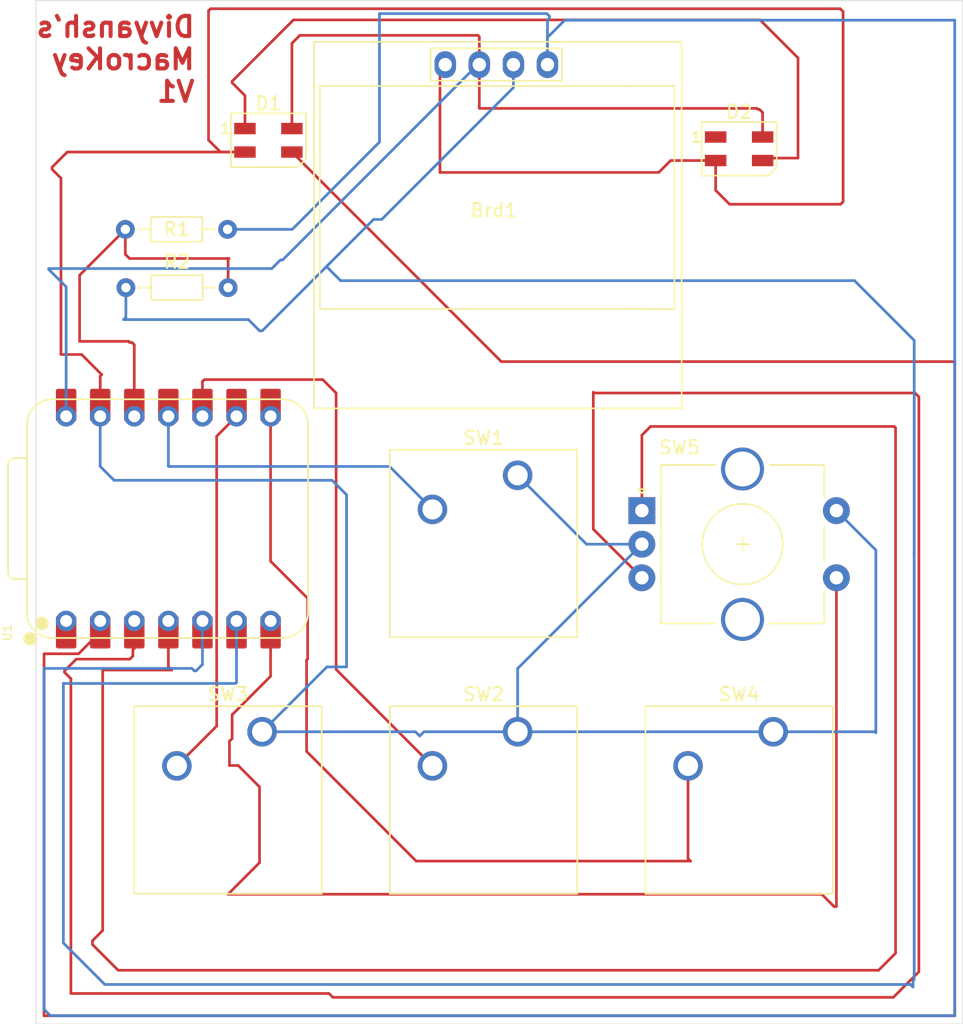
<source format=kicad_pcb>
(kicad_pcb (version 20240108) (generator "pcbnew") (generator_version "8.0")
  (layers (0 "F.Cu" signal) (31 "B.Cu" signal) (34 "B.Paste" user) (35 "F.Paste" user) (36 "B.SilkS" user "B.Silkscreen") (37 "F.SilkS" user "F.Silkscreen") (38 "B.Mask" user) (39 "F.Mask" user) (44 "Edge.Cuts" user))
  (net 0 "")
  (net 1 "Net-(Brd1-SDA)")
  (net 2 "GND")
  (net 3 "Net-(Brd1-SCL)")
  (net 4 "+5V")
  (net 5 "Net-(D1-DOUT)")
  (net 6 "Net-(D1-DIN)")
  (net 8 "+3.3V")
  (net 9 "Net-(U1-GPIO3{slash}MOSI)")
  (net 10 "Net-(U1-GPIO4{slash}MISO)")
  (net 11 "Net-(U1-GPIO2{slash}SCK)")
  (net 12 "Net-(U1-GPIO1{slash}RX)")
  (net 13 "Net-(U1-GPIO0{slash}TX)")
  (net 14 "Net-(U1-GPIO28{slash}ADC2{slash}A2)")
  (net 15 "Net-(U1-GPIO29{slash}ADC3{slash}A3)")
  (footprint "SSD1306:128x64OLED" (layer "F.Cu") (at 136.49375 48.7)
    (property "Reference" "Brd1" (at 0 0.254 0) (layer "F.SilkS"))
    (property "Value" "SSD1306")
    (fp_line (start -13.4 -12.3) (end 14 -12.3) (stroke (width 0.12)) (layer "F.SilkS"))
    (fp_line (start -13.4 15) (end -13.4 -12.3) (stroke (width 0.12)) (layer "F.SilkS"))
    (fp_line (start -12.978 -9.005) (end 10.122 -9.005) (stroke (width 0.12)) (layer "F.SilkS"))
    (fp_line (start -12.978 7.595) (end -12.978 -9.005) (stroke (width 0.12)) (layer "F.SilkS"))
    (fp_line (start -4.699 -11.811) (end -4.699 -9.398) (stroke (width 0.12)) (layer "F.SilkS"))
    (fp_line (start -4.699 -11.811) (end 5.08 -11.811) (stroke (width 0.12)) (layer "F.SilkS"))
    (fp_line (start 5.08 -11.811) (end 5.08 -9.398) (stroke (width 0.12)) (layer "F.SilkS"))
    (fp_line (start 5.08 -9.398) (end -4.699 -9.398) (stroke (width 0.12)) (layer "F.SilkS"))
    (fp_line (start 10.122 -9.005) (end 13.208 -9.005) (stroke (width 0.12)) (layer "F.SilkS"))
    (fp_line (start 10.122 7.595) (end -12.978 7.595) (stroke (width 0.12)) (layer "F.SilkS"))
    (fp_line (start 10.122 7.595) (end 13.462 7.62) (stroke (width 0.12)) (layer "F.SilkS"))
    (fp_line (start 13.462 -9.017) (end 13.208 -9.005) (stroke (width 0.12)) (layer "F.SilkS"))
    (fp_line (start 13.462 7.62) (end 13.462 -9.017) (stroke (width 0.12)) (layer "F.SilkS"))
    (fp_line (start 14 -12.3) (end 14 15) (stroke (width 0.12)) (layer "F.SilkS"))
    (fp_line (start 14 15) (end -13.4 15) (stroke (width 0.12)) (layer "F.SilkS"))
    (pad "1" thru_hole oval (at -3.62 -10.6 90) (size 2 1.6) (drill 1) (layers "*.Cu" "*.Mask") (net 2 "GND"))
    (pad "2" thru_hole oval (at -1.08 -10.6 90) (size 2 1.6) (drill 1) (layers "*.Cu" "*.Mask") (net 4 "+5V"))
    (pad "3" thru_hole oval (at 1.46 -10.6 90) (size 2 1.6) (drill 1) (layers "*.Cu" "*.Mask") (net 3 "Net-(Brd1-SCL)"))
    (pad "4" thru_hole oval (at 4 -10.6 90) (size 2 1.6) (drill 1) (layers "*.Cu" "*.Mask") (net 1 "Net-(Brd1-SDA)"))
  )
  (footprint "LED_SMD:LED_SK6812MINI_PLCC4_3.5x3.5mm_P1.75mm" (layer "F.Cu") (at 154.78125 44.36875)
    (property "Reference" "D2" (at 0 -2.75 0) (layer "F.SilkS"))
    (property "Value" "SK6812MINI")
    (fp_line (start -2.8 -2) (end -2.8 2) (stroke (width 0.12)) (layer "F.SilkS"))
    (fp_line (start -2.8 -2) (end 2.8 -2) (stroke (width 0.12)) (layer "F.SilkS"))
    (fp_line (start -2.8 2) (end 2.2 2) (stroke (width 0.12)) (layer "F.SilkS"))
    (fp_line (start 2.8 1.4) (end 2.2 2) (stroke (width 0.12)) (layer "F.SilkS"))
    (fp_line (start 2.8 1.4) (end 2.8 -2) (stroke (width 0.12)) (layer "F.SilkS"))
    (fp_text user "1" (at -3.2 -0.875 0) (layer "F.SilkS") (effects (font (size 0.8 0.8))))
    (pad "1" smd rect (at -1.75 -0.875) (size 1.6 0.85) (layers "F.Cu" "F.Paste" "F.Mask"))
    (pad "2" smd rect (at -1.75 0.875) (size 1.6 0.85) (layers "F.Cu" "F.Paste" "F.Mask") (net 2 "GND"))
    (pad "3" smd rect (at 1.75 0.875) (size 1.6 0.85) (layers "F.Cu" "F.Paste" "F.Mask") (net 5 "Net-(D1-DOUT)"))
    (pad "4" smd rect (at 1.75 -0.875) (size 1.6 0.85) (layers "F.Cu" "F.Paste" "F.Mask") (net 4 "+5V"))
  )
  (footprint "Resistor_THT:R_Axial_DIN0204_L3.6mm_D1.6mm_P7.62mm_Horizontal" (layer "F.Cu") (at 109.07 54.71)
    (property "Reference" "R2" (at 3.81 -1.92 0) (layer "F.SilkS"))
    (property "Value" "R")
    (fp_line (start 0.94 0) (end 1.89 0) (stroke (width 0.12)) (layer "F.SilkS"))
    (fp_line (start 1.89 -0.92) (end 1.89 0.92) (stroke (width 0.12)) (layer "F.SilkS"))
    (fp_line (start 1.89 0.92) (end 5.73 0.92) (stroke (width 0.12)) (layer "F.SilkS"))
    (fp_line (start 5.73 -0.92) (end 1.89 -0.92) (stroke (width 0.12)) (layer "F.SilkS"))
    (fp_line (start 5.73 0.92) (end 5.73 -0.92) (stroke (width 0.12)) (layer "F.SilkS"))
    (fp_line (start 6.68 0) (end 5.73 0) (stroke (width 0.12)) (layer "F.SilkS"))
    (pad "1" thru_hole circle (at 0 0) (size 1.4 1.4) (drill 0.7) (layers "*.Cu" "*.Mask") (net 3 "Net-(Brd1-SCL)"))
    (pad "2" thru_hole oval (at 7.62 0) (size 1.4 1.4) (drill 0.7) (layers "*.Cu" "*.Mask") (net 8 "+3.3V"))
  )
  (footprint "Button_Switch_Keyboard:SW_Cherry_MX_1.00u_PCB" (layer "F.Cu") (at 138.27125 68.68675)
    (property "Reference" "SW1" (at -2.54 -2.794 0) (layer "F.SilkS"))
    (property "Value" "SW_Push")
    (fp_line (start -9.525 -1.905) (end 4.445 -1.905) (stroke (width 0.12)) (layer "F.SilkS"))
    (fp_line (start -9.525 12.065) (end -9.525 -1.905) (stroke (width 0.12)) (layer "F.SilkS"))
    (fp_line (start 4.445 -1.905) (end 4.445 12.065) (stroke (width 0.12)) (layer "F.SilkS"))
    (fp_line (start 4.445 12.065) (end -9.525 12.065) (stroke (width 0.12)) (layer "F.SilkS"))
    (pad "" np_thru_hole circle (at -7.62 5.08) (size 1.7 1.7) (drill 1.7) (layers "*.Cu" "*.Mask"))
    (pad "" np_thru_hole circle (at -2.54 5.08) (size 4 4) (drill 4) (layers "*.Cu" "*.Mask"))
    (pad "" np_thru_hole circle (at 2.54 5.08) (size 1.7 1.7) (drill 1.7) (layers "*.Cu" "*.Mask"))
    (pad "1" thru_hole circle (at 0 0) (size 2.2 2.2) (drill 1.5) (layers "*.Cu" "*.Mask") (net 2 "GND"))
    (pad "2" thru_hole circle (at -6.35 2.54) (size 2.2 2.2) (drill 1.5) (layers "*.Cu" "*.Mask") (net 9 "Net-(U1-GPIO3{slash}MOSI)"))
  )
  (footprint "Button_Switch_Keyboard:SW_Cherry_MX_1.00u_PCB" (layer "F.Cu") (at 157.32125 87.78875)
    (property "Reference" "SW4" (at -2.54 -2.794 0) (layer "F.SilkS"))
    (property "Value" "SW_Push")
    (fp_line (start -9.525 -1.905) (end 4.445 -1.905) (stroke (width 0.12)) (layer "F.SilkS"))
    (fp_line (start -9.525 12.065) (end -9.525 -1.905) (stroke (width 0.12)) (layer "F.SilkS"))
    (fp_line (start 4.445 -1.905) (end 4.445 12.065) (stroke (width 0.12)) (layer "F.SilkS"))
    (fp_line (start 4.445 12.065) (end -9.525 12.065) (stroke (width 0.12)) (layer "F.SilkS"))
    (pad "" np_thru_hole circle (at -7.62 5.08) (size 1.7 1.7) (drill 1.7) (layers "*.Cu" "*.Mask"))
    (pad "" np_thru_hole circle (at -2.54 5.08) (size 4 4) (drill 4) (layers "*.Cu" "*.Mask"))
    (pad "" np_thru_hole circle (at 2.54 5.08) (size 1.7 1.7) (drill 1.7) (layers "*.Cu" "*.Mask"))
    (pad "1" thru_hole circle (at 0 0) (size 2.2 2.2) (drill 1.5) (layers "*.Cu" "*.Mask") (net 2 "GND"))
    (pad "2" thru_hole circle (at -6.35 2.54) (size 2.2 2.2) (drill 1.5) (layers "*.Cu" "*.Mask") (net 12 "Net-(U1-GPIO1{slash}RX)"))
  )
  (footprint "Resistor_THT:R_Axial_DIN0204_L3.6mm_D1.6mm_P7.62mm_Horizontal" (layer "F.Cu") (at 116.65 50.37 180)
    (property "Reference" "R1" (at 3.81 0 0) (layer "F.SilkS"))
    (property "Value" "R")
    (fp_line (start 6.68 0) (end 5.73 0) (stroke (width 0.12)) (layer "F.SilkS"))
    (fp_line (start 5.73 0.92) (end 5.73 -0.92) (stroke (width 0.12)) (layer "F.SilkS"))
    (fp_line (start 5.73 -0.92) (end 1.89 -0.92) (stroke (width 0.12)) (layer "F.SilkS"))
    (fp_line (start 1.89 0.92) (end 5.73 0.92) (stroke (width 0.12)) (layer "F.SilkS"))
    (fp_line (start 1.89 -0.92) (end 1.89 0.92) (stroke (width 0.12)) (layer "F.SilkS"))
    (fp_line (start 0.94 0) (end 1.89 0) (stroke (width 0.12)) (layer "F.SilkS"))
    (pad "1" thru_hole circle (at 0 0 180) (size 1.4 1.4) (drill 0.7) (layers "*.Cu" "*.Mask") (net 1 "Net-(Brd1-SDA)"))
    (pad "2" thru_hole oval (at 7.62 0 180) (size 1.4 1.4) (drill 0.7) (layers "*.Cu" "*.Mask") (net 8 "+3.3V"))
  )
  (footprint "OPL:XIAO-RP2040-DIP" (layer "F.Cu") (at 112.23625 71.91375 90)
    (property "Reference" "U1" (at -8.5 -12 90) (layer "F.SilkS") (effects (font (size 0.635 0.635) (thickness 0.1016))))
    (property "Value" "XIAO-RP2040-DIP")
    (fp_line (start -3.991272 -11.951) (end 4.004 -11.951) (stroke (width 0.127)) (layer "F.SilkS"))
    (fp_line (start 4.504 -11.451) (end 4.504 -10.541) (stroke (width 0.127)) (layer "F.SilkS"))
    (fp_line (start 6.985 -10.541) (end -6.985 -10.541) (stroke (width 0.1)) (layer "F.SilkS"))
    (fp_line (start 6.985 -10.541) (end -6.985 -10.541) (stroke (width 0.127)) (layer "F.SilkS"))
    (fp_line (start -4.495 -10.541) (end -4.491272 -11.451272) (stroke (width 0.127)) (layer "F.SilkS"))
    (fp_line (start 8.89 8.509) (end 8.89 -8.636) (stroke (width 0.127)) (layer "F.SilkS"))
    (fp_line (start -8.89 8.509) (end -8.89 -8.636) (stroke (width 0.127)) (layer "F.SilkS"))
    (fp_line (start -6.985 10.414) (end 6.985 10.414) (stroke (width 0.127)) (layer "F.SilkS"))
    (fp_arc (start 4.004 -11.951) (mid 4.357553 -11.804553) (end 4.504 -11.451) (stroke (width 0.127)) (layer "F.SilkS"))
    (fp_arc (start -4.491272 -11.451272) (mid -4.344724 -11.804644) (end -3.991272 -11.951) (stroke (width 0.127)) (layer "F.SilkS"))
    (fp_arc (start 6.985 -10.541) (mid 8.332038 -9.983038) (end 8.89 -8.636) (stroke (width 0.127)) (layer "F.SilkS"))
    (fp_arc (start -8.89 -8.636) (mid -8.332038 -9.983038) (end -6.985 -10.541) (stroke (width 0.127)) (layer "F.SilkS"))
    (fp_arc (start 8.89 8.509) (mid 8.332038 9.856038) (end 6.985 10.414) (stroke (width 0.127)) (layer "F.SilkS"))
    (fp_arc (start -6.985 10.414) (mid -8.332038 9.856038) (end -8.89 8.509) (stroke (width 0.127)) (layer "F.SilkS"))
    (fp_circle (center -8.95 -10.3) (end -8.95 -10.554) (stroke (width 0.5)) (fill solid) (layer "F.SilkS"))
    (fp_circle (center -7.807 -9.42) (end -7.807 -9.674) (stroke (width 0.5)) (fill solid) (layer "F.SilkS"))
    (pad "1" smd roundrect (at -8.455 -7.62 270) (size 2.432 1.524) (layers "F.Cu" "F.Mask") (roundrect_rratio 0.1))
    (pad "1" thru_hole circle (at -7.62 -7.62 270) (size 1.524 1.524) (drill 0.889) (layers "*.Cu" "*.Mask"))
    (pad "2" smd roundrect (at -8.455 -5.08 270) (size 2.432 1.524) (layers "F.Cu" "F.Mask") (roundrect_rratio 0.1) (net 6 "Net-(D1-DIN)"))
    (pad "2" thru_hole circle (at -7.62 -5.08 270) (size 1.524 1.524) (drill 0.889) (layers "*.Cu" "*.Mask") (net 6 "Net-(D1-DIN)"))
    (pad "3" smd roundrect (at -8.455 -2.54 270) (size 2.432 1.524) (layers "F.Cu" "F.Mask") (roundrect_rratio 0.1) (net 14 "Net-(U1-GPIO28{slash}ADC2{slash}A2)"))
    (pad "3" thru_hole circle (at -7.62 -2.54 270) (size 1.524 1.524) (drill 0.889) (layers "*.Cu" "*.Mask") (net 14 "Net-(U1-GPIO28{slash}ADC2{slash}A2)"))
    (pad "4" smd roundrect (at -8.455 0 270) (size 2.432 1.524) (layers "F.Cu" "F.Mask") (roundrect_rratio 0.1) (net 15 "Net-(U1-GPIO29{slash}ADC3{slash}A3)"))
    (pad "4" thru_hole circle (at -7.62 0 270) (size 1.524 1.524) (drill 0.889) (layers "*.Cu" "*.Mask") (net 15 "Net-(U1-GPIO29{slash}ADC3{slash}A3)"))
    (pad "5" smd roundrect (at -8.455 2.54 270) (size 2.432 1.524) (layers "F.Cu" "F.Mask") (roundrect_rratio 0.1) (net 1 "Net-(Brd1-SDA)"))
    (pad "5" thru_hole circle (at -7.62 2.54 270) (size 1.524 1.524) (drill 0.889) (layers "*.Cu" "*.Mask") (net 1 "Net-(Brd1-SDA)"))
    (pad "6" smd roundrect (at -8.455 5.08 270) (size 2.432 1.524) (layers "F.Cu" "F.Mask") (roundrect_rratio 0.1) (net 3 "Net-(Brd1-SCL)"))
    (pad "6" thru_hole circle (at -7.62 5.08 270) (size 1.524 1.524) (drill 0.889) (layers "*.Cu" "*.Mask") (net 3 "Net-(Brd1-SCL)"))
    (pad "7" smd roundrect (at -8.455 7.62 270) (size 2.432 1.524) (layers "F.Cu" "F.Mask") (roundrect_rratio 0.1) (net 13 "Net-(U1-GPIO0{slash}TX)"))
    (pad "7" thru_hole circle (at -7.62 7.62 270) (size 1.524 1.524) (drill 0.889) (layers "*.Cu" "*.Mask") (net 13 "Net-(U1-GPIO0{slash}TX)"))
    (pad "8" thru_hole circle (at 7.62 7.62 90) (size 1.524 1.524) (drill 0.889) (layers "*.Cu" "*.Mask") (net 12 "Net-(U1-GPIO1{slash}RX)"))
    (pad "8" smd roundrect (at 8.455 7.62 90) (size 2.432 1.524) (layers "F.Cu" "F.Mask") (roundrect_rratio 0.1) (net 12 "Net-(U1-GPIO1{slash}RX)"))
    (pad "9" thru_hole circle (at 7.62 5.08 90) (size 1.524 1.524) (drill 0.889) (layers "*.Cu" "*.Mask") (net 11 "Net-(U1-GPIO2{slash}SCK)"))
    (pad "9" smd roundrect (at 8.455 5.08 90) (size 2.432 1.524) (layers "F.Cu" "F.Mask") (roundrect_rratio 0.1) (net 11 "Net-(U1-GPIO2{slash}SCK)"))
    (pad "10" thru_hole circle (at 7.62 2.54 90) (size 1.524 1.524) (drill 0.889) (layers "*.Cu" "*.Mask") (net 10 "Net-(U1-GPIO4{slash}MISO)"))
    (pad "10" smd roundrect (at 8.455 2.54 90) (size 2.432 1.524) (layers "F.Cu" "F.Mask") (roundrect_rratio 0.1) (net 10 "Net-(U1-GPIO4{slash}MISO)"))
    (pad "11" thru_hole circle (at 7.62 0 90) (size 1.524 1.524) (drill 0.889) (layers "*.Cu" "*.Mask") (net 9 "Net-(U1-GPIO3{slash}MOSI)"))
    (pad "11" smd roundrect (at 8.455 0 90) (size 2.432 1.524) (layers "F.Cu" "F.Mask") (roundrect_rratio 0.1) (net 9 "Net-(U1-GPIO3{slash}MOSI)"))
    (pad "12" thru_hole circle (at 7.62 -2.54 90) (size 1.524 1.524) (drill 0.889) (layers "*.Cu" "*.Mask") (net 8 "+3.3V"))
    (pad "12" smd roundrect (at 8.455 -2.54 90) (size 2.432 1.524) (layers "F.Cu" "F.Mask") (roundrect_rratio 0.1) (net 8 "+3.3V"))
    (pad "13" thru_hole circle (at 7.62 -5.08 90) (size 1.524 1.524) (drill 0.889) (layers "*.Cu" "*.Mask") (net 2 "GND"))
    (pad "13" smd roundrect (at 8.455 -5.08 90) (size 2.432 1.524) (layers "F.Cu" "F.Mask") (roundrect_rratio 0.1) (net 2 "GND"))
    (pad "14" thru_hole circle (at 7.62 -7.62 90) (size 1.524 1.524) (drill 0.889) (layers "*.Cu" "*.Mask") (net 4 "+5V"))
    (pad "14" smd roundrect (at 8.455 -7.62 90) (size 2.432 1.524) (layers "F.Cu" "F.Mask") (roundrect_rratio 0.1) (net 4 "+5V"))
  )
  (footprint "Button_Switch_Keyboard:SW_Cherry_MX_1.00u_PCB" (layer "F.Cu") (at 119.22125 87.78875)
    (property "Reference" "SW3" (at -2.54 -2.794 0) (layer "F.SilkS"))
    (property "Value" "SW_Push")
    (fp_line (start -9.525 -1.905) (end 4.445 -1.905) (stroke (width 0.12)) (layer "F.SilkS"))
    (fp_line (start -9.525 12.065) (end -9.525 -1.905) (stroke (width 0.12)) (layer "F.SilkS"))
    (fp_line (start 4.445 -1.905) (end 4.445 12.065) (stroke (width 0.12)) (layer "F.SilkS"))
    (fp_line (start 4.445 12.065) (end -9.525 12.065) (stroke (width 0.12)) (layer "F.SilkS"))
    (pad "" np_thru_hole circle (at -7.62 5.08) (size 1.7 1.7) (drill 1.7) (layers "*.Cu" "*.Mask"))
    (pad "" np_thru_hole circle (at -2.54 5.08) (size 4 4) (drill 4) (layers "*.Cu" "*.Mask"))
    (pad "" np_thru_hole circle (at 2.54 5.08) (size 1.7 1.7) (drill 1.7) (layers "*.Cu" "*.Mask"))
    (pad "1" thru_hole circle (at 0 0) (size 2.2 2.2) (drill 1.5) (layers "*.Cu" "*.Mask") (net 2 "GND"))
    (pad "2" thru_hole circle (at -6.35 2.54) (size 2.2 2.2) (drill 1.5) (layers "*.Cu" "*.Mask") (net 11 "Net-(U1-GPIO2{slash}SCK)"))
  )
  (footprint "Button_Switch_Keyboard:SW_Cherry_MX_1.00u_PCB" (layer "F.Cu") (at 138.27125 87.78875)
    (property "Reference" "SW2" (at -2.54 -2.794 0) (layer "F.SilkS"))
    (property "Value" "SW_Push")
    (fp_line (start -9.525 -1.905) (end 4.445 -1.905) (stroke (width 0.12)) (layer "F.SilkS"))
    (fp_line (start -9.525 12.065) (end -9.525 -1.905) (stroke (width 0.12)) (layer "F.SilkS"))
    (fp_line (start 4.445 -1.905) (end 4.445 12.065) (stroke (width 0.12)) (layer "F.SilkS"))
    (fp_line (start 4.445 12.065) (end -9.525 12.065) (stroke (width 0.12)) (layer "F.SilkS"))
    (pad "" np_thru_hole circle (at -7.62 5.08) (size 1.7 1.7) (drill 1.7) (layers "*.Cu" "*.Mask"))
    (pad "" np_thru_hole circle (at -2.54 5.08) (size 4 4) (drill 4) (layers "*.Cu" "*.Mask"))
    (pad "" np_thru_hole circle (at 2.54 5.08) (size 1.7 1.7) (drill 1.7) (layers "*.Cu" "*.Mask"))
    (pad "1" thru_hole circle (at 0 0) (size 2.2 2.2) (drill 1.5) (layers "*.Cu" "*.Mask") (net 2 "GND"))
    (pad "2" thru_hole circle (at -6.35 2.54) (size 2.2 2.2) (drill 1.5) (layers "*.Cu" "*.Mask") (net 10 "Net-(U1-GPIO4{slash}MISO)"))
  )
  (footprint "Rotary_Encoder:RotaryEncoder_Alps_EC11E-Switch_Vertical_H20mm_CircularMountingHoles" (layer "F.Cu") (at 147.53125 71.31875)
    (property "Reference" "SW5" (at 2.8 -4.7 0) (layer "F.SilkS"))
    (property "Value" "RotaryEncoder_Switch")
    (fp_line (start -0.3 -1.6) (end 0.3 -1.6) (stroke (width 0.12)) (layer "F.SilkS"))
    (fp_line (start 0 -1.3) (end -0.3 -1.6) (stroke (width 0.12)) (layer "F.SilkS"))
    (fp_line (start 0.3 -1.6) (end 0 -1.3) (stroke (width 0.12)) (layer "F.SilkS"))
    (fp_line (start 1.4 -3.4) (end 1.4 8.4) (stroke (width 0.12)) (layer "F.SilkS"))
    (fp_line (start 5.5 -3.4) (end 1.4 -3.4) (stroke (width 0.12)) (layer "F.SilkS"))
    (fp_line (start 5.5 8.4) (end 1.4 8.4) (stroke (width 0.12)) (layer "F.SilkS"))
    (fp_line (start 7 2.5) (end 8 2.5) (stroke (width 0.12)) (layer "F.SilkS"))
    (fp_line (start 7.5 2) (end 7.5 3) (stroke (width 0.12)) (layer "F.SilkS"))
    (fp_line (start 9.5 -3.4) (end 13.6 -3.4) (stroke (width 0.12)) (layer "F.SilkS"))
    (fp_line (start 13.6 -3.4) (end 13.6 -1) (stroke (width 0.12)) (layer "F.SilkS"))
    (fp_line (start 13.6 1.2) (end 13.6 3.8) (stroke (width 0.12)) (layer "F.SilkS"))
    (fp_line (start 13.6 6) (end 13.6 8.4) (stroke (width 0.12)) (layer "F.SilkS"))
    (fp_line (start 13.6 8.4) (end 9.5 8.4) (stroke (width 0.12)) (layer "F.SilkS"))
    (fp_circle (center 7.5 2.5) (end 10.5 2.5) (stroke (width 0.12)) (fill none) (layer "F.SilkS"))
    (pad "A" thru_hole rect (at 0 0) (size 2 2) (drill 1) (layers "*.Cu" "*.Mask") (net 15 "Net-(U1-GPIO29{slash}ADC3{slash}A3)"))
    (pad "B" thru_hole circle (at 0 5) (size 2 2) (drill 1) (layers "*.Cu" "*.Mask") (net 14 "Net-(U1-GPIO28{slash}ADC2{slash}A2)"))
    (pad "C" thru_hole circle (at 0 2.5) (size 2 2) (drill 1) (layers "*.Cu" "*.Mask") (net 2 "GND"))
    (pad "MP" thru_hole circle (at 7.5 -3.1) (size 3.2 3.2) (drill 2.6) (layers "*.Cu" "*.Mask"))
    (pad "MP" thru_hole circle (at 7.5 8.1) (size 3.2 3.2) (drill 2.6) (layers "*.Cu" "*.Mask"))
    (pad "S1" thru_hole circle (at 14.5 5) (size 2 2) (drill 1) (layers "*.Cu" "*.Mask") (net 13 "Net-(U1-GPIO0{slash}TX)"))
    (pad "S2" thru_hole circle (at 14.5 0) (size 2 2) (drill 1) (layers "*.Cu" "*.Mask") (net 2 "GND"))
  )
  (footprint "LED_SMD:LED_SK6812MINI_PLCC4_3.5x3.5mm_P1.75mm" (layer "F.Cu") (at 119.69375 43.7375)
    (property "Reference" "D1" (at 0 -2.75 0) (layer "F.SilkS"))
    (property "Value" "SK6812MINI")
    (fp_line (start -2.8 -2) (end -2.8 2) (stroke (width 0.12)) (layer "F.SilkS"))
    (fp_line (start -2.8 -2) (end 2.8 -2) (stroke (width 0.12)) (layer "F.SilkS"))
    (fp_line (start -2.8 2) (end 2.2 2) (stroke (width 0.12)) (layer "F.SilkS"))
    (fp_line (start 2.8 1.4) (end 2.2 2) (stroke (width 0.12)) (layer "F.SilkS"))
    (fp_line (start 2.8 1.4) (end 2.8 -2) (stroke (width 0.12)) (layer "F.SilkS"))
    (fp_text user "1" (at -3.2 -0.875 0) (layer "F.SilkS") (effects (font (size 0.8 0.8))))
    (pad "1" smd rect (at -1.75 -0.875) (size 1.6 0.85) (layers "F.Cu" "F.Paste" "F.Mask") (net 5 "Net-(D1-DOUT)"))
    (pad "2" smd rect (at -1.75 0.875) (size 1.6 0.85) (layers "F.Cu" "F.Paste" "F.Mask") (net 2 "GND"))
    (pad "3" smd rect (at 1.75 0.875) (size 1.6 0.85) (layers "F.Cu" "F.Paste" "F.Mask") (net 6 "Net-(D1-DIN)"))
    (pad "4" smd rect (at 1.75 -0.875) (size 1.6 0.85) (layers "F.Cu" "F.Paste" "F.Mask") (net 4 "+5V"))
  )
  (gr_rect (start 102.36835 33.3375) (end 171.45 109.5375) (stroke (width 0.05)) (fill none) (layer "Edge.Cuts"))
  (gr_rect (start 102.36835 33.3121) (end 102.39375 33.3375) (stroke (width 0.05)) (fill none) (layer "Edge.Cuts"))
  (gr_text "Divyansh's\nMacroKey\nV1" (at 114.34 41 0) (layer "F.Cu") (effects (font (size 1.5 1.5) (thickness 0.3) (bold yes)) (justify left bottom mirror)))
  (segment (start 114.3 83.25) (end 114.17 83.25) (width 0.2) (layer "B.Cu") (net 1))
  (segment (start 113.99 83.07) (end 102.96835 83.07) (width 0.2) (layer "B.Cu") (net 1))
  (segment (start 103.4475 108.9375) (end 170.85 108.9375) (width 0.2) (layer "B.Cu") (net 1))
  (segment (start 140.64 34.63) (end 140.49375 34.77625) (width 0.2) (layer "B.Cu") (net 1))
  (segment (start 140.49375 36.07625) (end 140.49375 38.1) (width 0.2) (layer "B.Cu") (net 1))
  (segment (start 140.45 34.3) (end 140.64 34.49) (width 0.2) (layer "B.Cu") (net 1))
  (segment (start 127.97 34.3) (end 140.45 34.3) (width 0.2) (layer "B.Cu") (net 1))
  (segment (start 114.77625 79.53375) (end 114.77625 82.77375) (width 0.2) (layer "B.Cu") (net 1))
  (segment (start 102.96835 108.45835) (end 103.4475 108.9375) (width 0.2) (layer "B.Cu") (net 1))
  (segment (start 121.47 50.37) (end 127.97 43.87) (width 0.2) (layer "B.Cu") (net 1))
  (segment (start 114.17 83.25) (end 113.99 83.07) (width 0.2) (layer "B.Cu") (net 1))
  (segment (start 127.97 43.87) (end 127.97 34.3) (width 0.2) (layer "B.Cu") (net 1))
  (segment (start 116.65 50.37) (end 121.47 50.37) (width 0.2) (layer "B.Cu") (net 1))
  (segment (start 140.49375 34.77625) (end 140.49375 38.1) (width 0.2) (layer "B.Cu") (net 1))
  (segment (start 170.85 34.79) (end 141.78 34.79) (width 0.2) (layer "B.Cu") (net 1))
  (segment (start 114.77625 82.77375) (end 114.3 83.25) (width 0.2) (layer "B.Cu") (net 1))
  (segment (start 140.64 34.49) (end 140.64 34.63) (width 0.2) (layer "B.Cu") (net 1))
  (segment (start 141.78 34.79) (end 140.49375 36.07625) (width 0.2) (layer "B.Cu") (net 1))
  (segment (start 102.96835 83.07) (end 102.96835 108.45835) (width 0.2) (layer "B.Cu") (net 1))
  (segment (start 170.85 108.9375) (end 170.85 34.79) (width 0.2) (layer "B.Cu") (net 1))
  (segment (start 107.27 61.19) (end 107.15625 61.30375) (width 0.2) (layer "F.Cu") (net 2))
  (segment (start 154.07 48.5) (end 162.34 48.5) (width 0.2) (layer "F.Cu") (net 2))
  (segment (start 116.1225 44.6125) (end 117.94375 44.6125) (width 0.2) (layer "F.Cu") (net 2))
  (segment (start 117.94375 44.6125) (end 104.6975 44.6125) (width 0.2) (layer "F.Cu") (net 2))
  (segment (start 132.48 38.49375) (end 132.87375 38.1) (width 0.2) (layer "F.Cu") (net 2))
  (segment (start 162.3175 33.9375) (end 115.3825 33.9375) (width 0.2) (layer "F.Cu") (net 2))
  (segment (start 148.79 46.13) (end 132.83 46.13) (width 0.2) (layer "F.Cu") (net 2))
  (segment (start 103.57 45.74) (end 103.57 45.9) (width 0.2) (layer "F.Cu") (net 2))
  (segment (start 149.67625 45.24375) (end 148.79 46.13) (width 0.2) (layer "F.Cu") (net 2))
  (segment (start 115.5075 44.6125) (end 117.94375 44.6125) (width 0.2) (layer "F.Cu") (net 2))
  (segment (start 153.03125 47.46125) (end 154.07 48.5) (width 0.2) (layer "F.Cu") (net 2))
  (segment (start 162.53 34.15) (end 162.3175 33.9375) (width 0.2) (layer "F.Cu") (net 2))
  (segment (start 162.34 48.5) (end 162.53 48.31) (width 0.2) (layer "F.Cu") (net 2))
  (segment (start 153.03125 45.24375) (end 149.67625 45.24375) (width 0.2) (layer "F.Cu") (net 2))
  (segment (start 115.3825 33.9375) (end 115.23 34.09) (width 0.2) (layer "F.Cu") (net 2))
  (segment (start 103.57 45.9) (end 104.23 46.56) (width 0.2) (layer "F.Cu") (net 2))
  (segment (start 153.03125 45.24375) (end 153.03125 47.46125) (width 0.2) (layer "F.Cu") (net 2))
  (segment (start 115.23 34.09) (end 115.23 43.72) (width 0.2) (layer "F.Cu") (net 2))
  (segment (start 162.53 48.31) (end 162.53 34.15) (width 0.2) (layer "F.Cu") (net 2))
  (segment (start 132.48 46.13) (end 132.48 38.49375) (width 0.2) (layer "F.Cu") (net 2))
  (segment (start 104.23 46.56) (end 104.23 59.69) (width 0.2) (layer "F.Cu") (net 2))
  (segment (start 107.15625 61.30375) (end 107.15625 64.29375) (width 0.2) (layer "F.Cu") (net 2))
  (segment (start 105.77 59.69) (end 107.27 61.19) (width 0.2) (layer "F.Cu") (net 2))
  (segment (start 115.23 43.72) (end 116.1225 44.6125) (width 0.2) (layer "F.Cu") (net 2))
  (segment (start 104.6975 44.6125) (end 103.57 45.74) (width 0.2) (layer "F.Cu") (net 2))
  (segment (start 104.23 59.69) (end 105.77 59.69) (width 0.2) (layer "F.Cu") (net 2))
  (segment (start 132.83 46.13) (end 132.48 46.13) (width 0.2) (layer "F.Cu") (net 2))
  (segment (start 130.65125 87.78875) (end 119.22125 87.78875) (width 0.2) (layer "B.Cu") (net 2))
  (segment (start 130.96875 88.10625) (end 130.65125 87.78875) (width 0.2) (layer "B.Cu") (net 2))
  (segment (start 138.27125 87.78875) (end 131.28625 87.78875) (width 0.2) (layer "B.Cu") (net 2))
  (segment (start 164.97 87.86) (end 164.89875 87.78875) (width 0.2) (layer "B.Cu") (net 2))
  (segment (start 107.15625 68.01375) (end 107.15625 64.29375) (width 0.2) (layer "B.Cu") (net 2))
  (segment (start 131.28625 87.78875) (end 130.96875 88.10625) (width 0.2) (layer "B.Cu") (net 2))
  (segment (start 119.22125 87.78875) (end 124.05 82.96) (width 0.2) (layer "B.Cu") (net 2))
  (segment (start 108.19 69.06) (end 107.15 68.02) (width 0.2) (layer "B.Cu") (net 2))
  (segment (start 107.15 68.02) (end 107.15625 68.01375) (width 0.2) (layer "B.Cu") (net 2))
  (segment (start 157.32125 87.78875) (end 138.27125 87.78875) (width 0.2) (layer "B.Cu") (net 2))
  (segment (start 143.40325 73.81875) (end 138.27125 68.68675) (width 0.2) (layer "B.Cu") (net 2))
  (segment (start 124.05 82.96) (end 125.52 82.96) (width 0.2) (layer "B.Cu") (net 2))
  (segment (start 138.27125 87.78875) (end 138.27125 83.07875) (width 0.2) (layer "B.Cu") (net 2))
  (segment (start 138.27125 83.07875) (end 147.53125 73.81875) (width 0.2) (layer "B.Cu") (net 2))
  (segment (start 162.03125 71.31875) (end 164.97 74.2575) (width 0.2) (layer "B.Cu") (net 2))
  (segment (start 124.44 69.06) (end 108.19 69.06) (width 0.2) (layer "B.Cu") (net 2))
  (segment (start 164.89875 87.78875) (end 157.32125 87.78875) (width 0.2) (layer "B.Cu") (net 2))
  (segment (start 125.52 82.96) (end 125.52 70.14) (width 0.2) (layer "B.Cu") (net 2))
  (segment (start 147.53125 73.81875) (end 143.40325 73.81875) (width 0.2) (layer "B.Cu") (net 2))
  (segment (start 125.52 70.14) (end 124.44 69.06) (width 0.2) (layer "B.Cu") (net 2))
  (segment (start 164.97 74.2575) (end 164.97 87.86) (width 0.2) (layer "B.Cu") (net 2))
  (segment (start 104.41 103.52) (end 107.5 106.61) (width 0.2) (layer "B.Cu") (net 3))
  (segment (start 107.5 106.61) (end 167.55 106.61) (width 0.2) (layer "B.Cu") (net 3))
  (segment (start 124.02 53.14) (end 119.23 57.93) (width 0.2) (layer "B.Cu") (net 3))
  (segment (start 108.9 57.09) (end 109.07 56.92) (width 0.2) (layer "B.Cu") (net 3))
  (segment (start 167.83 74.53) (end 167.83 74.38) (width 0.2) (layer "B.Cu") (net 3))
  (segment (start 127.53 49.63) (end 124.02 53.14) (width 0.2) (layer "B.Cu") (net 3))
  (segment (start 118.2 57.09) (end 108.9 57.09) (width 0.2) (layer "B.Cu") (net 3))
  (segment (start 167.83 74.68) (end 167.83 74.53) (width 0.2) (layer "B.Cu") (net 3))
  (segment (start 125.07 54.19) (end 124.02 53.14) (width 0.2) (layer "B.Cu") (net 3))
  (segment (start 104.41 84.19) (end 104.41 103.52) (width 0.2) (layer "B.Cu") (net 3))
  (segment (start 119.04 57.93) (end 118.2 57.09) (width 0.2) (layer "B.Cu") (net 3))
  (segment (start 167.74 106.8) (end 167.74 106.33) (width 0.2) (layer "B.Cu") (net 3))
  (segment (start 163.38 54.19) (end 125.07 54.19) (width 0.2) (layer "B.Cu") (net 3))
  (segment (start 117.31625 79.53375) (end 117.31625 84.12375) (width 0.2) (layer "B.Cu") (net 3))
  (segment (start 167.83 74.68) (end 167.83 58.64) (width 0.2) (layer "B.Cu") (net 3))
  (segment (start 167.55 106.61) (end 167.74 106.8) (width 0.2) (layer "B.Cu") (net 3))
  (segment (start 128.14 49.63) (end 127.53 49.63) (width 0.2) (layer "B.Cu") (net 3))
  (segment (start 137.95375 38.1) (end 137.95375 39.81625) (width 0.2) (layer "B.Cu") (net 3))
  (segment (start 167.83 58.64) (end 163.38 54.19) (width 0.2) (layer "B.Cu") (net 3))
  (segment (start 109.07 56.92) (end 109.07 54.71) (width 0.2) (layer "B.Cu") (net 3))
  (segment (start 167.74 106.33) (end 167.83 106.24) (width 0.2) (layer "B.Cu") (net 3))
  (segment (start 117.25 84.19) (end 104.41 84.19) (width 0.2) (layer "B.Cu") (net 3))
  (segment (start 167.83 106.24) (end 167.83 74.68) (width 0.2) (layer "B.Cu") (net 3))
  (segment (start 119.23 57.93) (end 119.04 57.93) (width 0.2) (layer "B.Cu") (net 3))
  (segment (start 137.95375 39.81625) (end 128.14 49.63) (width 0.2) (layer "B.Cu") (net 3))
  (segment (start 117.31625 84.12375) (end 117.25 84.19) (width 0.2) (layer "B.Cu") (net 3))
  (segment (start 156.17 41.43) (end 156.1 41.36) (width 0.2) (layer "F.Cu") (net 4))
  (segment (start 135.41375 36.02375) (end 135.41375 38.1) (width 0.2) (layer "F.Cu") (net 4))
  (segment (start 156.29 41.43) (end 156.17 41.43) (width 0.2) (layer "F.Cu") (net 4))
  (segment (start 135.45 41.36) (end 135.41375 41.32375) (width 0.2) (layer "F.Cu") (net 4))
  (segment (start 135.31 35.92) (end 135.41375 36.02375) (width 0.2) (layer "F.Cu") (net 4))
  (segment (start 121.44375 42.8625) (end 121.44375 36.51625) (width 0.2) (layer "F.Cu") (net 4))
  (segment (start 121.44375 36.51625) (end 122.04 35.92) (width 0.2) (layer "F.Cu") (net 4))
  (segment (start 156.53125 43.49375) (end 156.53125 41.67125) (width 0.2) (layer "F.Cu") (net 4))
  (segment (start 135.41375 41.32375) (end 135.41375 38.1) (width 0.2) (layer "F.Cu") (net 4))
  (segment (start 156.1 41.36) (end 135.45 41.36) (width 0.2) (layer "F.Cu") (net 4))
  (segment (start 156.53125 41.67125) (end 156.29 41.43) (width 0.2) (layer "F.Cu") (net 4))
  (segment (start 122.04 35.92) (end 135.31 35.92) (width 0.2) (layer "F.Cu") (net 4))
  (segment (start 104.61625 54.64625) (end 104.61625 64.29375) (width 0.2) (layer "B.Cu") (net 4))
  (segment (start 120.59 52.65) (end 119.95 53.29) (width 0.2) (layer "B.Cu") (net 4))
  (segment (start 135.41375 38.1) (end 135.3 38.1) (width 0.2) (layer "B.Cu") (net 4))
  (segment (start 103.32 53.29) (end 103.32 53.35) (width 0.2) (layer "B.Cu") (net 4))
  (segment (start 119.95 53.29) (end 103.32 53.29) (width 0.2) (layer "B.Cu") (net 4))
  (segment (start 135.3 38.1) (end 120.75 52.65) (width 0.2) (layer "B.Cu") (net 4))
  (segment (start 120.75 52.65) (end 120.59 52.65) (width 0.2) (layer "B.Cu") (net 4))
  (segment (start 103.32 53.35) (end 104.61625 54.64625) (width 0.2) (layer "B.Cu") (net 4))
  (segment (start 116.99 39.45) (end 117.94375 40.40375) (width 0.2) (layer "F.Cu") (net 5))
  (segment (start 121.56 34.77) (end 116.99 39.34) (width 0.2) (layer "F.Cu") (net 5))
  (segment (start 116.99 39.34) (end 116.99 39.45) (width 0.2) (layer "F.Cu") (net 5))
  (segment (start 156.34 34.77) (end 121.56 34.77) (width 0.2) (layer "F.Cu") (net 5))
  (segment (start 156.90625 45.24375) (end 157.09 45.06) (width 0.2) (layer "F.Cu") (net 5))
  (segment (start 157.09 45.06) (end 159.17 45.06) (width 0.2) (layer "F.Cu") (net 5))
  (segment (start 156.53125 45.24375) (end 156.90625 45.24375) (width 0.2) (layer "F.Cu") (net 5))
  (segment (start 159.17 37.6) (end 156.34 34.77) (width 0.2) (layer "F.Cu") (net 5))
  (segment (start 117.94375 40.40375) (end 117.94375 42.8625) (width 0.2) (layer "F.Cu") (net 5))
  (segment (start 159.17 45.06) (end 159.17 37.6) (width 0.2) (layer "F.Cu") (net 5))
  (segment (start 105.545 81.98) (end 107.15625 80.36875) (width 0.2) (layer "F.Cu") (net 6))
  (segment (start 102.96835 82.01) (end 102.99835 81.98) (width 0.2) (layer "F.Cu") (net 6))
  (segment (start 121.44375 44.6125) (end 137.05125 60.22) (width 0.2) (layer "F.Cu") (net 6))
  (segment (start 102.99835 81.98) (end 105.545 81.98) (width 0.2) (layer "F.Cu") (net 6))
  (segment (start 102.96835 108.9375) (end 102.96835 82.01) (width 0.2) (layer "F.Cu") (net 6))
  (segment (start 170.85 60.22) (end 170.85 108.9375) (width 0.2) (layer "F.Cu") (net 6))
  (segment (start 170.85 108.9375) (end 102.96835 108.9375) (width 0.2) (layer "F.Cu") (net 6))
  (segment (start 137.05125 60.22) (end 170.85 60.22) (width 0.2) (layer "F.Cu") (net 6))
  (segment (start 109.03 52.23) (end 109.34 52.54) (width 0.2) (layer "F.Cu") (net 8))
  (segment (start 116.75 52.54) (end 116.69 52.6) (width 0.2) (layer "F.Cu") (net 8))
  (segment (start 116.74 54.71) (end 116.78 54.71) (width 0.2) (layer "F.Cu") (net 8))
  (segment (start 105.62 58.71) (end 105.62 53.78) (width 0.2) (layer "F.Cu") (net 8))
  (segment (start 116.69 52.6) (end 116.69 54.71) (width 0.2) (layer "F.Cu") (net 8))
  (segment (start 109.52 58.79) (end 109.35 58.79) (width 0.2) (layer "F.Cu") (net 8))
  (segment (start 109.34 52.54) (end 116.75 52.54) (width 0.2) (layer "F.Cu") (net 8))
  (segment (start 105.62 53.78) (end 109.03 50.37) (width 0.2) (layer "F.Cu") (net 8))
  (segment (start 109.69625 64.29375) (end 109.69625 58.96625) (width 0.2) (layer "F.Cu") (net 8))
  (segment (start 109.69625 58.96625) (end 109.52 58.79) (width 0.2) (layer "F.Cu") (net 8))
  (segment (start 109.35 58.79) (end 109.27 58.71) (width 0.2) (layer "F.Cu") (net 8))
  (segment (start 109.06125 63.65875) (end 109.69625 64.29375) (width 0.2) (layer "F.Cu") (net 8))
  (segment (start 109.27 58.71) (end 105.62 58.71) (width 0.2) (layer "F.Cu") (net 8))
  (segment (start 109.03 50.37) (end 109.03 52.23) (width 0.2) (layer "F.Cu") (net 8))
  (segment (start 112.26 68.03) (end 128.7245 68.03) (width 0.2) (layer "B.Cu") (net 9))
  (segment (start 128.7245 68.03) (end 131.92125 71.22675) (width 0.2) (layer "B.Cu") (net 9))
  (segment (start 112.23625 68.00625) (end 112.26 68.03) (width 0.2) (layer "B.Cu") (net 9))
  (segment (start 112.23625 64.29375) (end 112.23625 68.00625) (width 0.2) (layer "B.Cu") (net 9))
  (segment (start 114.92 61.56) (end 123.74 61.56) (width 0.2) (layer "F.Cu") (net 10))
  (segment (start 114.77625 61.70375) (end 114.92 61.56) (width 0.2) (layer "F.Cu") (net 10))
  (segment (start 114.77625 64.29375) (end 114.77625 61.70375) (width 0.2) (layer "F.Cu") (net 10))
  (segment (start 123.74 61.56) (end 124.74 62.56) (width 0.2) (layer "F.Cu") (net 10))
  (segment (start 124.74 83.1475) (end 131.92125 90.32875) (width 0.2) (layer "F.Cu") (net 10))
  (segment (start 124.74 62.56) (end 124.74 83.1475) (width 0.2) (layer "F.Cu") (net 10))
  (segment (start 115.83825 65.77175) (end 115.83825 87.36175) (width 0.2) (layer "F.Cu") (net 11))
  (segment (start 115.83825 87.36175) (end 112.87125 90.32875) (width 0.2) (layer "F.Cu") (net 11))
  (segment (start 117.31625 64.29375) (end 115.83825 65.77175) (width 0.2) (layer "F.Cu") (net 11))
  (segment (start 122.54 82.44) (end 122.54 89.25) (width 0.2) (layer "F.Cu") (net 12))
  (segment (start 122.62 77.85) (end 122.62 82.36) (width 0.2) (layer "F.Cu") (net 12))
  (segment (start 122.62 82.36) (end 122.54 82.44) (width 0.2) (layer "F.Cu") (net 12))
  (segment (start 130.71 97.42) (end 151.16 97.42) (width 0.2) (layer "F.Cu") (net 12))
  (segment (start 150.97125 97.23125) (end 150.97125 90.32875) (width 0.2) (layer "F.Cu") (net 12))
  (segment (start 122.54 89.25) (end 130.71 97.42) (width 0.2) (layer "F.Cu") (net 12))
  (segment (start 119.85625 64.29375) (end 119.85625 75.08625) (width 0.2) (layer "F.Cu") (net 12))
  (segment (start 119.85625 75.08625) (end 122.62 77.85) (width 0.2) (layer "F.Cu") (net 12))
  (segment (start 151.16 97.42) (end 150.97125 97.23125) (width 0.2) (layer "F.Cu") (net 12))
  (segment (start 162.03125 100.78875) (end 162.01 100.81) (width 0.2) (layer "F.Cu") (net 13))
  (segment (start 161.86 100.81) (end 160.94 99.89) (width 0.2) (layer "F.Cu") (net 13))
  (segment (start 116.79 90.3) (end 116.79 88.49) (width 0.2) (layer "F.Cu") (net 13))
  (segment (start 119.85625 83.65375) (end 119.85625 79.53375) (width 0.2) (layer "F.Cu") (net 13))
  (segment (start 116.79 88.49) (end 116.99 88.29) (width 0.2) (layer "F.Cu") (net 13))
  (segment (start 160.94 99.89) (end 116.68 99.89) (width 0.2) (layer "F.Cu") (net 13))
  (segment (start 119.03125 97.53875) (end 119.03125 91.895348) (width 0.2) (layer "F.Cu") (net 13))
  (segment (start 162.03125 76.31875) (end 162.03125 100.78875) (width 0.2) (layer "F.Cu") (net 13))
  (segment (start 117.435902 90.3) (end 116.79 90.3) (width 0.2) (layer "F.Cu") (net 13))
  (segment (start 116.99 86.52) (end 119.85625 83.65375) (width 0.2) (layer "F.Cu") (net 13))
  (segment (start 116.99 88.29) (end 116.99 86.52) (width 0.2) (layer "F.Cu") (net 13))
  (segment (start 162.01 100.81) (end 161.86 100.81) (width 0.2) (layer "F.Cu") (net 13))
  (segment (start 116.68 99.89) (end 119.03125 97.53875) (width 0.2) (layer "F.Cu") (net 13))
  (segment (start 119.03125 91.895348) (end 117.435902 90.3) (width 0.2) (layer "F.Cu") (net 13))
  (segment (start 104.97 107.28) (end 124.21 107.28) (width 0.2) (layer "F.Cu") (net 14))
  (segment (start 109.69625 79.53375) (end 109.69625 81.58375) (width 0.2) (layer "F.Cu") (net 14))
  (segment (start 168.18 105.66) (end 168.18 62.85) (width 0.2) (layer "F.Cu") (net 14))
  (segment (start 109.59 82.15) (end 109.36 82.38) (width 0.2) (layer "F.Cu") (net 14))
  (segment (start 109.59 81.69) (end 109.59 82.15) (width 0.2) (layer "F.Cu") (net 14))
  (segment (start 168.18 62.85) (end 167.89 62.56) (width 0.2) (layer "F.Cu") (net 14))
  (segment (start 109.36 82.38) (end 105.37 82.38) (width 0.2) (layer "F.Cu") (net 14))
  (segment (start 104.5 83.25) (end 104.5 83.36) (width 0.2) (layer "F.Cu") (net 14))
  (segment (start 124.5 107.57) (end 166.27 107.57) (width 0.2) (layer "F.Cu") (net 14))
  (segment (start 167.89 62.56) (end 143.97 62.56) (width 0.2) (layer "F.Cu") (net 14))
  (segment (start 143.91 62.5) (end 143.91 72.6975) (width 0.2) (layer "F.Cu") (net 14))
  (segment (start 104.5 83.36) (end 104.97 83.83) (width 0.2) (layer "F.Cu") (net 14))
  (segment (start 105.37 82.38) (end 104.5 83.25) (width 0.2) (layer "F.Cu") (net 14))
  (segment (start 143.91 72.6975) (end 147.53125 76.31875) (width 0.2) (layer "F.Cu") (net 14))
  (segment (start 166.27 107.57) (end 168.18 105.66) (width 0.2) (layer "F.Cu") (net 14))
  (segment (start 104.97 83.83) (end 104.97 107.28) (width 0.2) (layer "F.Cu") (net 14))
  (segment (start 124.21 107.28) (end 124.5 107.57) (width 0.2) (layer "F.Cu") (net 14))
  (segment (start 143.97 62.56) (end 143.91 62.5) (width 0.2) (layer "F.Cu") (net 14))
  (segment (start 109.69625 81.58375) (end 109.59 81.69) (width 0.2) (layer "F.Cu") (net 14))
  (segment (start 107.34 83.19) (end 112.48 83.19) (width 0.2) (layer "F.Cu") (net 15))
  (segment (start 147.53125 65.69875) (end 148.18 65.05) (width 0.2) (layer "F.Cu") (net 15))
  (segment (start 166.44 104.28) (end 165.17 105.55) (width 0.2) (layer "F.Cu") (net 15))
  (segment (start 112.23625 82.94625) (end 112.23625 79.53375) (width 0.2) (layer "F.Cu") (net 15))
  (segment (start 106.58 103.35) (end 107.34 102.59) (width 0.2) (layer "F.Cu") (net 15))
  (segment (start 165.17 105.55) (end 108.49 105.55) (width 0.2) (layer "F.Cu") (net 15))
  (segment (start 147.53125 71.31875) (end 147.53125 65.69875) (width 0.2) (layer "F.Cu") (net 15))
  (segment (start 166.33 65.05) (end 166.44 65.16) (width 0.2) (layer "F.Cu") (net 15))
  (segment (start 107.34 102.59) (end 107.34 83.19) (width 0.2) (layer "F.Cu") (net 15))
  (segment (start 166.44 65.16) (end 166.44 104.28) (width 0.2) (layer "F.Cu") (net 15))
  (segment (start 108.49 105.55) (end 106.58 103.64) (width 0.2) (layer "F.Cu") (net 15))
  (segment (start 148.18 65.05) (end 166.33 65.05) (width 0.2) (layer "F.Cu") (net 15))
  (segment (start 112.48 83.19) (end 112.23625 82.94625) (width 0.2) (layer "F.Cu") (net 15))
  (segment (start 106.58 103.64) (end 106.58 103.35) (width 0.2) (layer "F.Cu") (net 15))
)
</source>
